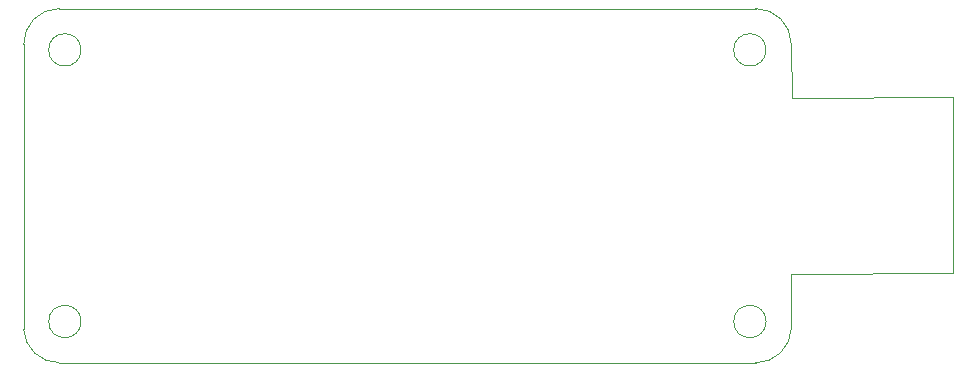
<source format=gbr>
G04 #@! TF.GenerationSoftware,KiCad,Pcbnew,(5.1.5)-2*
G04 #@! TF.CreationDate,2019-12-04T22:48:08+00:00*
G04 #@! TF.ProjectId,TTVV,54545656-2e6b-4696-9361-645f70636258,1.0.8*
G04 #@! TF.SameCoordinates,Original*
G04 #@! TF.FileFunction,Profile,NP*
%FSLAX46Y46*%
G04 Gerber Fmt 4.6, Leading zero omitted, Abs format (unit mm)*
G04 Created by KiCad (PCBNEW (5.1.5)-2) date 2019-12-04 22:48:08*
%MOMM*%
%LPD*%
G04 APERTURE LIST*
%ADD10C,0.050000*%
G04 APERTURE END LIST*
D10*
X115044220Y-56558180D02*
X115001040Y-52003960D01*
X128706880Y-56515000D02*
X115044220Y-56558180D01*
X128727200Y-71424800D02*
X128706880Y-56515000D01*
X115013740Y-71445120D02*
X128727200Y-71424800D01*
X115011200Y-76057760D02*
X115013740Y-71445120D01*
X50007520Y-76172060D02*
X50018183Y-52047131D01*
X112870328Y-75500000D02*
G75*
G03X112870328Y-75500000I-1370328J0D01*
G01*
X112870328Y-52500000D02*
G75*
G03X112870328Y-52500000I-1370328J0D01*
G01*
X54870328Y-75500000D02*
G75*
G03X54870328Y-75500000I-1370328J0D01*
G01*
X54870328Y-52500000D02*
G75*
G03X54870328Y-52500000I-1370328J0D01*
G01*
X112000000Y-49000000D02*
G75*
G02X115000000Y-52000000I0J-3000000D01*
G01*
X115011854Y-76060299D02*
G75*
G02X111991140Y-78999080I-3004144J66043D01*
G01*
X53007260Y-78984649D02*
G75*
G02X50007520Y-76172060I-5080J3000549D01*
G01*
X50018183Y-52047131D02*
G75*
G02X53019960Y-49006760I2981457J58411D01*
G01*
X111991140Y-78999080D02*
X53009800Y-78983840D01*
X53019960Y-49006760D02*
X112000000Y-49000000D01*
M02*

</source>
